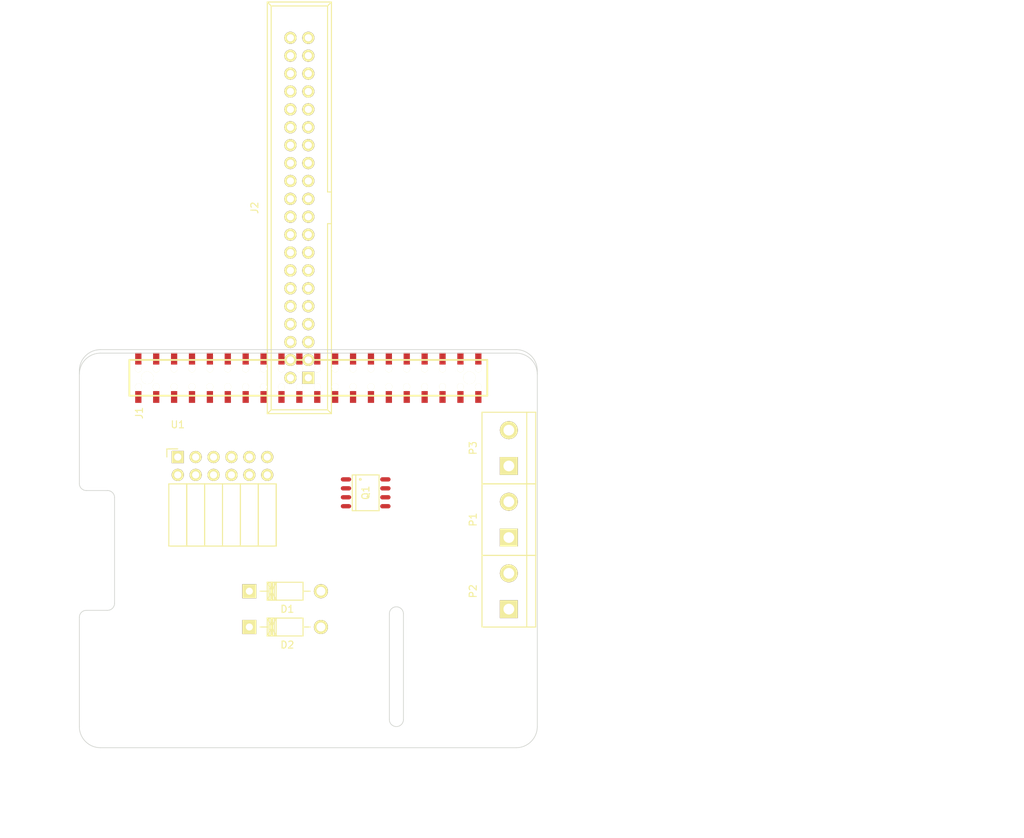
<source format=kicad_pcb>
(kicad_pcb (version 4) (host pcbnew 4.1.0-alpha+201606131201+6926~45~ubuntu16.04.1-product)

  (general
    (links 21)
    (no_connects 21)
    (area 97.453572 18.754999 242.028571 138.0625)
    (thickness 1.6)
    (drawings 40)
    (tracks 0)
    (zones 0)
    (modules 13)
    (nets 82)
  )

  (page A4)
  (layers
    (0 F.Cu signal)
    (31 B.Cu signal)
    (32 B.Adhes user)
    (33 F.Adhes user)
    (34 B.Paste user)
    (35 F.Paste user)
    (36 B.SilkS user)
    (37 F.SilkS user)
    (38 B.Mask user)
    (39 F.Mask user)
    (40 Dwgs.User user)
    (41 Cmts.User user)
    (42 Eco1.User user)
    (43 Eco2.User user)
    (44 Edge.Cuts user)
    (45 Margin user)
    (46 B.CrtYd user)
    (47 F.CrtYd user)
    (48 B.Fab user)
    (49 F.Fab user)
  )

  (setup
    (last_trace_width 0.25)
    (user_trace_width 0.01)
    (user_trace_width 0.02)
    (user_trace_width 0.05)
    (user_trace_width 0.1)
    (user_trace_width 0.2)
    (trace_clearance 0.2)
    (zone_clearance 0.508)
    (zone_45_only no)
    (trace_min 0.01)
    (segment_width 0.2)
    (edge_width 0.1)
    (via_size 0.6)
    (via_drill 0.4)
    (via_min_size 0.4)
    (via_min_drill 0.3)
    (uvia_size 0.3)
    (uvia_drill 0.1)
    (uvias_allowed no)
    (uvia_min_size 0.2)
    (uvia_min_drill 0.1)
    (pcb_text_width 0.3)
    (pcb_text_size 1.5 1.5)
    (mod_edge_width 0.15)
    (mod_text_size 1 1)
    (mod_text_width 0.15)
    (pad_size 2.75 2.75)
    (pad_drill 2.75)
    (pad_to_mask_clearance 0)
    (aux_axis_origin 0 0)
    (visible_elements 7FFEFFFF)
    (pcbplotparams
      (layerselection 0x00030_80000001)
      (usegerberextensions false)
      (excludeedgelayer true)
      (linewidth 0.100000)
      (plotframeref false)
      (viasonmask false)
      (mode 1)
      (useauxorigin false)
      (hpglpennumber 1)
      (hpglpenspeed 20)
      (hpglpendiameter 15)
      (psnegative false)
      (psa4output false)
      (plotreference true)
      (plotvalue true)
      (plotinvisibletext false)
      (padsonsilk false)
      (subtractmaskfromsilk false)
      (outputformat 1)
      (mirror false)
      (drillshape 0)
      (scaleselection 1)
      (outputdirectory meta/))
  )

  (net 0 "")
  (net 1 "Net-(J1-Pad34)")
  (net 2 "Net-(J1-Pad36)")
  (net 3 "Net-(J1-Pad40)")
  (net 4 "Net-(J1-Pad38)")
  (net 5 "Net-(J1-Pad18)")
  (net 6 "Net-(J1-Pad20)")
  (net 7 "Net-(J1-Pad24)")
  (net 8 "Net-(J1-Pad22)")
  (net 9 "Net-(J1-Pad30)")
  (net 10 "Net-(J1-Pad32)")
  (net 11 "Net-(J1-Pad28)")
  (net 12 "Net-(J1-Pad26)")
  (net 13 "Net-(J1-Pad10)")
  (net 14 "Net-(J1-Pad12)")
  (net 15 "Net-(J1-Pad16)")
  (net 16 "Net-(J1-Pad14)")
  (net 17 "Net-(J1-Pad6)")
  (net 18 "Net-(J1-Pad8)")
  (net 19 "Net-(J1-Pad4)")
  (net 20 "Net-(J1-Pad2)")
  (net 21 "Net-(J1-Pad39)")
  (net 22 "Net-(J1-Pad37)")
  (net 23 "Net-(J1-Pad33)")
  (net 24 "Net-(J1-Pad35)")
  (net 25 "Net-(J1-Pad27)")
  (net 26 "Net-(J1-Pad25)")
  (net 27 "Net-(J1-Pad29)")
  (net 28 "Net-(J1-Pad31)")
  (net 29 "Net-(J1-Pad23)")
  (net 30 "Net-(J1-Pad21)")
  (net 31 "Net-(J1-Pad17)")
  (net 32 "Net-(J1-Pad19)")
  (net 33 "Net-(J1-Pad3)")
  (net 34 "Net-(J1-Pad1)")
  (net 35 "Net-(J1-Pad5)")
  (net 36 "Net-(J1-Pad7)")
  (net 37 "Net-(J1-Pad15)")
  (net 38 "Net-(J1-Pad13)")
  (net 39 "Net-(J1-Pad9)")
  (net 40 "Net-(J1-Pad11)")
  (net 41 "Net-(J2-Pad1)")
  (net 42 "Net-(J2-Pad3)")
  (net 43 "Net-(J2-Pad5)")
  (net 44 "Net-(J2-Pad7)")
  (net 45 "Net-(J2-Pad8)")
  (net 46 "Net-(J2-Pad10)")
  (net 47 "Net-(J2-Pad11)")
  (net 48 "Net-(J2-Pad12)")
  (net 49 "Net-(J2-Pad13)")
  (net 50 "Net-(J2-Pad15)")
  (net 51 "Net-(J2-Pad16)")
  (net 52 "Net-(J2-Pad17)")
  (net 53 "Net-(J2-Pad18)")
  (net 54 "Net-(J2-Pad19)")
  (net 55 "Net-(J2-Pad21)")
  (net 56 "Net-(J2-Pad22)")
  (net 57 "Net-(J2-Pad23)")
  (net 58 "Net-(J2-Pad24)")
  (net 59 "Net-(J2-Pad26)")
  (net 60 "Net-(J2-Pad27)")
  (net 61 "Net-(J2-Pad28)")
  (net 62 "Net-(J2-Pad29)")
  (net 63 "Net-(J2-Pad31)")
  (net 64 "Net-(J2-Pad32)")
  (net 65 "Net-(J2-Pad33)")
  (net 66 "Net-(J2-Pad35)")
  (net 67 "Net-(J2-Pad36)")
  (net 68 "Net-(J2-Pad37)")
  (net 69 "Net-(J2-Pad38)")
  (net 70 "Net-(J2-Pad40)")
  (net 71 +5V)
  (net 72 GND)
  (net 73 "Net-(D1-PadA)")
  (net 74 "Net-(D2-PadA)")
  (net 75 "Net-(U1-Pad1)")
  (net 76 "Net-(U1-Pad8)")
  (net 77 VDD)
  (net 78 "Net-(Q1-Pad4)")
  (net 79 "Net-(Q1-Pad2)")
  (net 80 "Net-(Q1-Pad6)")
  (net 81 "Net-(Q1-Pad7)")

  (net_class Default "This is the default net class."
    (clearance 0.2)
    (trace_width 0.25)
    (via_dia 0.6)
    (via_drill 0.4)
    (uvia_dia 0.3)
    (uvia_drill 0.1)
    (add_net +5V)
    (add_net GND)
    (add_net "Net-(D1-PadA)")
    (add_net "Net-(D2-PadA)")
    (add_net "Net-(J1-Pad1)")
    (add_net "Net-(J1-Pad10)")
    (add_net "Net-(J1-Pad11)")
    (add_net "Net-(J1-Pad12)")
    (add_net "Net-(J1-Pad13)")
    (add_net "Net-(J1-Pad14)")
    (add_net "Net-(J1-Pad15)")
    (add_net "Net-(J1-Pad16)")
    (add_net "Net-(J1-Pad17)")
    (add_net "Net-(J1-Pad18)")
    (add_net "Net-(J1-Pad19)")
    (add_net "Net-(J1-Pad2)")
    (add_net "Net-(J1-Pad20)")
    (add_net "Net-(J1-Pad21)")
    (add_net "Net-(J1-Pad22)")
    (add_net "Net-(J1-Pad23)")
    (add_net "Net-(J1-Pad24)")
    (add_net "Net-(J1-Pad25)")
    (add_net "Net-(J1-Pad26)")
    (add_net "Net-(J1-Pad27)")
    (add_net "Net-(J1-Pad28)")
    (add_net "Net-(J1-Pad29)")
    (add_net "Net-(J1-Pad3)")
    (add_net "Net-(J1-Pad30)")
    (add_net "Net-(J1-Pad31)")
    (add_net "Net-(J1-Pad32)")
    (add_net "Net-(J1-Pad33)")
    (add_net "Net-(J1-Pad34)")
    (add_net "Net-(J1-Pad35)")
    (add_net "Net-(J1-Pad36)")
    (add_net "Net-(J1-Pad37)")
    (add_net "Net-(J1-Pad38)")
    (add_net "Net-(J1-Pad39)")
    (add_net "Net-(J1-Pad4)")
    (add_net "Net-(J1-Pad40)")
    (add_net "Net-(J1-Pad5)")
    (add_net "Net-(J1-Pad6)")
    (add_net "Net-(J1-Pad7)")
    (add_net "Net-(J1-Pad8)")
    (add_net "Net-(J1-Pad9)")
    (add_net "Net-(J2-Pad1)")
    (add_net "Net-(J2-Pad10)")
    (add_net "Net-(J2-Pad11)")
    (add_net "Net-(J2-Pad12)")
    (add_net "Net-(J2-Pad13)")
    (add_net "Net-(J2-Pad15)")
    (add_net "Net-(J2-Pad16)")
    (add_net "Net-(J2-Pad17)")
    (add_net "Net-(J2-Pad18)")
    (add_net "Net-(J2-Pad19)")
    (add_net "Net-(J2-Pad21)")
    (add_net "Net-(J2-Pad22)")
    (add_net "Net-(J2-Pad23)")
    (add_net "Net-(J2-Pad24)")
    (add_net "Net-(J2-Pad26)")
    (add_net "Net-(J2-Pad27)")
    (add_net "Net-(J2-Pad28)")
    (add_net "Net-(J2-Pad29)")
    (add_net "Net-(J2-Pad3)")
    (add_net "Net-(J2-Pad31)")
    (add_net "Net-(J2-Pad32)")
    (add_net "Net-(J2-Pad33)")
    (add_net "Net-(J2-Pad35)")
    (add_net "Net-(J2-Pad36)")
    (add_net "Net-(J2-Pad37)")
    (add_net "Net-(J2-Pad38)")
    (add_net "Net-(J2-Pad40)")
    (add_net "Net-(J2-Pad5)")
    (add_net "Net-(J2-Pad7)")
    (add_net "Net-(J2-Pad8)")
    (add_net "Net-(Q1-Pad2)")
    (add_net "Net-(Q1-Pad4)")
    (add_net "Net-(Q1-Pad6)")
    (add_net "Net-(Q1-Pad7)")
    (add_net "Net-(U1-Pad1)")
    (add_net "Net-(U1-Pad8)")
    (add_net VDD)
  )

  (module RPi_Hat:Samtec_HLE-120-02-XXX-DV-BE-XX-XX locked (layer F.Cu) (tedit 55198B5B) (tstamp 55174A29)
    (at 140.45 72.58 90)
    (path /5515D395/5515D39E)
    (fp_text reference J1 (at -5 -24 90) (layer F.SilkS)
      (effects (font (size 1 1) (thickness 0.15)))
    )
    (fp_text value RPi_GPIO (at 5.08 0) (layer F.Fab)
      (effects (font (size 1 1) (thickness 0.15)))
    )
    (fp_line (start 2.54 25.4) (end -2.54 25.4) (layer F.SilkS) (width 0.254))
    (fp_line (start -2.54 25.4) (end -2.54 -25.4) (layer F.SilkS) (width 0.254))
    (fp_line (start -2.54 -25.4) (end 2.54 -25.4) (layer F.SilkS) (width 0.254))
    (fp_line (start 2.54 -25.4) (end 2.54 25.4) (layer F.SilkS) (width 0.254))
    (pad 34 smd rect (at 2.7178 16.51 180) (size 0.889 1.6764) (layers F.Cu F.Paste F.Mask)
      (net 1 "Net-(J1-Pad34)"))
    (pad 36 smd rect (at 2.7178 19.05 180) (size 0.889 1.6764) (layers F.Cu F.Paste F.Mask)
      (net 2 "Net-(J1-Pad36)"))
    (pad 40 smd rect (at 2.7178 24.13 180) (size 0.889 1.6764) (layers F.Cu F.Paste F.Mask)
      (net 3 "Net-(J1-Pad40)"))
    (pad 38 smd rect (at 2.7178 21.59 180) (size 0.889 1.6764) (layers F.Cu F.Paste F.Mask)
      (net 4 "Net-(J1-Pad38)"))
    (pad 18 smd rect (at 2.7178 -3.81 180) (size 0.889 1.6764) (layers F.Cu F.Paste F.Mask)
      (net 5 "Net-(J1-Pad18)"))
    (pad 20 smd rect (at 2.7178 -1.27 180) (size 0.889 1.6764) (layers F.Cu F.Paste F.Mask)
      (net 6 "Net-(J1-Pad20)"))
    (pad 24 smd rect (at 2.7178 3.81 180) (size 0.889 1.6764) (layers F.Cu F.Paste F.Mask)
      (net 7 "Net-(J1-Pad24)"))
    (pad 22 smd rect (at 2.7178 1.27 180) (size 0.889 1.6764) (layers F.Cu F.Paste F.Mask)
      (net 8 "Net-(J1-Pad22)"))
    (pad 30 smd rect (at 2.7178 11.43 180) (size 0.889 1.6764) (layers F.Cu F.Paste F.Mask)
      (net 9 "Net-(J1-Pad30)"))
    (pad 32 smd rect (at 2.7178 13.97 180) (size 0.889 1.6764) (layers F.Cu F.Paste F.Mask)
      (net 10 "Net-(J1-Pad32)"))
    (pad 28 smd rect (at 2.7178 8.89 180) (size 0.889 1.6764) (layers F.Cu F.Paste F.Mask)
      (net 11 "Net-(J1-Pad28)"))
    (pad 26 smd rect (at 2.7178 6.35 180) (size 0.889 1.6764) (layers F.Cu F.Paste F.Mask)
      (net 12 "Net-(J1-Pad26)"))
    (pad 10 smd rect (at 2.7178 -13.97 180) (size 0.889 1.6764) (layers F.Cu F.Paste F.Mask)
      (net 13 "Net-(J1-Pad10)"))
    (pad 12 smd rect (at 2.7178 -11.43 180) (size 0.889 1.6764) (layers F.Cu F.Paste F.Mask)
      (net 14 "Net-(J1-Pad12)"))
    (pad 16 smd rect (at 2.7178 -6.35 180) (size 0.889 1.6764) (layers F.Cu F.Paste F.Mask)
      (net 15 "Net-(J1-Pad16)"))
    (pad 14 smd rect (at 2.7178 -8.89 180) (size 0.889 1.6764) (layers F.Cu F.Paste F.Mask)
      (net 16 "Net-(J1-Pad14)"))
    (pad 6 smd rect (at 2.7178 -19.05 180) (size 0.889 1.6764) (layers F.Cu F.Paste F.Mask)
      (net 17 "Net-(J1-Pad6)"))
    (pad 8 smd rect (at 2.7178 -16.51 180) (size 0.889 1.6764) (layers F.Cu F.Paste F.Mask)
      (net 18 "Net-(J1-Pad8)"))
    (pad 4 smd rect (at 2.7178 -21.59 180) (size 0.889 1.6764) (layers F.Cu F.Paste F.Mask)
      (net 19 "Net-(J1-Pad4)"))
    (pad 2 smd rect (at 2.7178 -24.13 180) (size 0.889 1.6764) (layers F.Cu F.Paste F.Mask)
      (net 20 "Net-(J1-Pad2)"))
    (pad 39 smd rect (at -2.7178 24.13 180) (size 0.889 1.6764) (layers F.Cu F.Paste F.Mask)
      (net 21 "Net-(J1-Pad39)"))
    (pad 37 smd rect (at -2.7178 21.59 180) (size 0.889 1.6764) (layers F.Cu F.Paste F.Mask)
      (net 22 "Net-(J1-Pad37)"))
    (pad 33 smd rect (at -2.7178 16.51 180) (size 0.889 1.6764) (layers F.Cu F.Paste F.Mask)
      (net 23 "Net-(J1-Pad33)"))
    (pad 35 smd rect (at -2.7178 19.05 180) (size 0.889 1.6764) (layers F.Cu F.Paste F.Mask)
      (net 24 "Net-(J1-Pad35)"))
    (pad 27 smd rect (at -2.7178 8.89 180) (size 0.889 1.6764) (layers F.Cu F.Paste F.Mask)
      (net 25 "Net-(J1-Pad27)"))
    (pad 25 smd rect (at -2.7178 6.35 180) (size 0.889 1.6764) (layers F.Cu F.Paste F.Mask)
      (net 26 "Net-(J1-Pad25)"))
    (pad 29 smd rect (at -2.7178 11.43 180) (size 0.889 1.6764) (layers F.Cu F.Paste F.Mask)
      (net 27 "Net-(J1-Pad29)"))
    (pad 31 smd rect (at -2.7178 13.97 180) (size 0.889 1.6764) (layers F.Cu F.Paste F.Mask)
      (net 28 "Net-(J1-Pad31)"))
    (pad 23 smd rect (at -2.7178 3.81 180) (size 0.889 1.6764) (layers F.Cu F.Paste F.Mask)
      (net 29 "Net-(J1-Pad23)"))
    (pad 21 smd rect (at -2.7178 1.27 180) (size 0.889 1.6764) (layers F.Cu F.Paste F.Mask)
      (net 30 "Net-(J1-Pad21)"))
    (pad 17 smd rect (at -2.7178 -3.81 180) (size 0.889 1.6764) (layers F.Cu F.Paste F.Mask)
      (net 31 "Net-(J1-Pad17)"))
    (pad 19 smd rect (at -2.7178 -1.27 180) (size 0.889 1.6764) (layers F.Cu F.Paste F.Mask)
      (net 32 "Net-(J1-Pad19)"))
    (pad 3 smd rect (at -2.7178 -21.59 180) (size 0.889 1.6764) (layers F.Cu F.Paste F.Mask)
      (net 33 "Net-(J1-Pad3)"))
    (pad 1 smd rect (at -2.7178 -24.13 180) (size 0.889 1.6764) (layers F.Cu F.Paste F.Mask)
      (net 34 "Net-(J1-Pad1)"))
    (pad 5 smd rect (at -2.7178 -19.05 180) (size 0.889 1.6764) (layers F.Cu F.Paste F.Mask)
      (net 35 "Net-(J1-Pad5)"))
    (pad 7 smd rect (at -2.7178 -16.51 180) (size 0.889 1.6764) (layers F.Cu F.Paste F.Mask)
      (net 36 "Net-(J1-Pad7)"))
    (pad 15 smd rect (at -2.7178 -6.35 180) (size 0.889 1.6764) (layers F.Cu F.Paste F.Mask)
      (net 37 "Net-(J1-Pad15)"))
    (pad 13 smd rect (at -2.7178 -8.89 180) (size 0.889 1.6764) (layers F.Cu F.Paste F.Mask)
      (net 38 "Net-(J1-Pad13)"))
    (pad "" np_thru_hole circle (at -1.27 3.81) (size 0.9652 0.9652) (drill 0.9652) (layers *.Cu *.Mask F.SilkS))
    (pad "" np_thru_hole circle (at -1.27 1.27) (size 0.9652 0.9652) (drill 0.9652) (layers *.Cu *.Mask F.SilkS))
    (pad "" np_thru_hole circle (at -1.27 6.35) (size 0.9652 0.9652) (drill 0.9652) (layers *.Cu *.Mask F.SilkS))
    (pad "" np_thru_hole circle (at -1.27 8.89) (size 0.9652 0.9652) (drill 0.9652) (layers *.Cu *.Mask F.SilkS))
    (pad "" np_thru_hole circle (at -1.27 19.05) (size 0.9652 0.9652) (drill 0.9652) (layers *.Cu *.Mask F.SilkS))
    (pad "" np_thru_hole circle (at -1.27 16.51) (size 0.9652 0.9652) (drill 0.9652) (layers *.Cu *.Mask F.SilkS))
    (pad "" np_thru_hole circle (at -1.27 11.43) (size 0.9652 0.9652) (drill 0.9652) (layers *.Cu *.Mask F.SilkS))
    (pad "" np_thru_hole circle (at -1.27 13.97) (size 0.9652 0.9652) (drill 0.9652) (layers *.Cu *.Mask F.SilkS))
    (pad "" np_thru_hole circle (at -1.27 21.59) (size 0.9652 0.9652) (drill 0.9652) (layers *.Cu *.Mask F.SilkS))
    (pad "" np_thru_hole circle (at -1.27 24.13) (size 0.9652 0.9652) (drill 0.9652) (layers *.Cu *.Mask F.SilkS))
    (pad "" np_thru_hole circle (at -1.27 -1.27) (size 0.9652 0.9652) (drill 0.9652) (layers *.Cu *.Mask F.SilkS))
    (pad "" np_thru_hole circle (at -1.27 -3.81) (size 0.9652 0.9652) (drill 0.9652) (layers *.Cu *.Mask F.SilkS))
    (pad "" np_thru_hole circle (at -1.27 -11.43) (size 0.9652 0.9652) (drill 0.9652) (layers *.Cu *.Mask F.SilkS))
    (pad "" np_thru_hole circle (at -1.27 -13.97) (size 0.9652 0.9652) (drill 0.9652) (layers *.Cu *.Mask F.SilkS))
    (pad "" np_thru_hole circle (at -1.27 -8.89) (size 0.9652 0.9652) (drill 0.9652) (layers *.Cu *.Mask F.SilkS))
    (pad "" np_thru_hole circle (at -1.27 -6.35) (size 0.9652 0.9652) (drill 0.9652) (layers *.Cu *.Mask F.SilkS))
    (pad "" np_thru_hole circle (at -1.27 -16.51) (size 0.9652 0.9652) (drill 0.9652) (layers *.Cu *.Mask F.SilkS))
    (pad "" np_thru_hole circle (at -1.27 -19.05) (size 0.9652 0.9652) (drill 0.9652) (layers *.Cu *.Mask F.SilkS))
    (pad "" np_thru_hole circle (at -1.27 -24.13) (size 0.9652 0.9652) (drill 0.9652) (layers *.Cu *.Mask F.SilkS))
    (pad "" np_thru_hole circle (at -1.27 -21.59) (size 0.9652 0.9652) (drill 0.9652) (layers *.Cu *.Mask F.SilkS))
    (pad "" np_thru_hole circle (at 1.27 -21.59) (size 0.9652 0.9652) (drill 0.9652) (layers *.Cu *.Mask F.SilkS))
    (pad "" np_thru_hole circle (at 1.27 -24.13) (size 0.9652 0.9652) (drill 0.9652) (layers *.Cu *.Mask F.SilkS))
    (pad "" np_thru_hole circle (at 1.27 -19.05) (size 0.9652 0.9652) (drill 0.9652) (layers *.Cu *.Mask F.SilkS))
    (pad "" np_thru_hole circle (at 1.27 -16.51) (size 0.9652 0.9652) (drill 0.9652) (layers *.Cu *.Mask F.SilkS))
    (pad "" np_thru_hole circle (at 1.27 -6.35) (size 0.9652 0.9652) (drill 0.9652) (layers *.Cu *.Mask F.SilkS))
    (pad "" np_thru_hole circle (at 1.27 -8.89) (size 0.9652 0.9652) (drill 0.9652) (layers *.Cu *.Mask F.SilkS))
    (pad "" np_thru_hole circle (at 1.27 -13.97) (size 0.9652 0.9652) (drill 0.9652) (layers *.Cu *.Mask F.SilkS))
    (pad "" np_thru_hole circle (at 1.27 -11.43) (size 0.9652 0.9652) (drill 0.9652) (layers *.Cu *.Mask F.SilkS))
    (pad "" np_thru_hole circle (at 1.27 -3.81) (size 0.9652 0.9652) (drill 0.9652) (layers *.Cu *.Mask F.SilkS))
    (pad "" np_thru_hole circle (at 1.27 -1.27) (size 0.9652 0.9652) (drill 0.9652) (layers *.Cu *.Mask F.SilkS))
    (pad "" np_thru_hole circle (at 1.27 24.13) (size 0.9652 0.9652) (drill 0.9652) (layers *.Cu *.Mask F.SilkS))
    (pad "" np_thru_hole circle (at 1.27 21.59) (size 0.9652 0.9652) (drill 0.9652) (layers *.Cu *.Mask F.SilkS))
    (pad "" np_thru_hole circle (at 1.27 13.97) (size 0.9652 0.9652) (drill 0.9652) (layers *.Cu *.Mask F.SilkS))
    (pad "" np_thru_hole circle (at 1.27 11.43) (size 0.9652 0.9652) (drill 0.9652) (layers *.Cu *.Mask F.SilkS))
    (pad "" np_thru_hole circle (at 1.27 16.51) (size 0.9652 0.9652) (drill 0.9652) (layers *.Cu *.Mask F.SilkS))
    (pad "" np_thru_hole circle (at 1.27 19.05) (size 0.9652 0.9652) (drill 0.9652) (layers *.Cu *.Mask F.SilkS))
    (pad "" np_thru_hole circle (at 1.27 8.89) (size 0.9652 0.9652) (drill 0.9652) (layers *.Cu *.Mask F.SilkS))
    (pad "" np_thru_hole circle (at 1.27 6.35) (size 0.9652 0.9652) (drill 0.9652) (layers *.Cu *.Mask F.SilkS))
    (pad "" np_thru_hole circle (at 1.27 1.27) (size 0.9652 0.9652) (drill 0.9652) (layers *.Cu *.Mask F.SilkS))
    (pad "" np_thru_hole circle (at 1.27 3.81) (size 0.9652 0.9652) (drill 0.9652) (layers *.Cu *.Mask F.SilkS))
    (pad 9 smd rect (at -2.7178 -13.97 180) (size 0.889 1.6764) (layers F.Cu F.Paste F.Mask)
      (net 39 "Net-(J1-Pad9)"))
    (pad 11 smd rect (at -2.7178 -11.43 180) (size 0.889 1.6764) (layers F.Cu F.Paste F.Mask)
      (net 40 "Net-(J1-Pad11)"))
    (pad "" np_thru_hole circle (at 0 -22.86) (size 1.778 1.778) (drill 1.778) (layers *.Cu *.Mask F.SilkS))
    (pad "" np_thru_hole circle (at 0 22.86) (size 1.778 1.778) (drill 1.778) (layers *.Cu *.Mask F.SilkS))
  )

  (module RPi_Hat:RPi_Hat_Mounting_Hole locked (layer F.Cu) (tedit 55217C7B) (tstamp 5515DEA9)
    (at 169.45 72.58)
    (descr "Mounting hole, Befestigungsbohrung, 2,7mm, No Annular, Kein Restring,")
    (tags "Mounting hole, Befestigungsbohrung, 2,7mm, No Annular, Kein Restring,")
    (fp_text reference "" (at 0 -4.0005) (layer F.SilkS) hide
      (effects (font (size 1 1) (thickness 0.15)))
    )
    (fp_text value "" (at 0.09906 3.59918) (layer F.Fab) hide
      (effects (font (size 1 1) (thickness 0.15)))
    )
    (fp_circle (center 0 0) (end 1.375 0) (layer F.Fab) (width 0.15))
    (fp_circle (center 0 0) (end 3.1 0) (layer F.Fab) (width 0.15))
    (fp_circle (center 0 0) (end 3.1 0) (layer B.Fab) (width 0.15))
    (fp_circle (center 0 0) (end 1.375 0) (layer B.Fab) (width 0.15))
    (fp_circle (center 0 0) (end 3.1 0) (layer F.CrtYd) (width 0.15))
    (fp_circle (center 0 0) (end 3.1 0) (layer B.CrtYd) (width 0.15))
    (pad "" np_thru_hole circle (at 0 0) (size 2.75 2.75) (drill 2.75) (layers *.Cu *.Mask)
      (solder_mask_margin 1.725) (clearance 1.725))
  )

  (module RPi_Hat:RPi_Hat_Mounting_Hole locked (layer F.Cu) (tedit 55217CCB) (tstamp 55169DC9)
    (at 169.45 121.58)
    (descr "Mounting hole, Befestigungsbohrung, 2,7mm, No Annular, Kein Restring,")
    (tags "Mounting hole, Befestigungsbohrung, 2,7mm, No Annular, Kein Restring,")
    (fp_text reference "" (at 0 -4.0005) (layer F.SilkS) hide
      (effects (font (size 1 1) (thickness 0.15)))
    )
    (fp_text value "" (at 0.09906 3.59918) (layer F.Fab) hide
      (effects (font (size 1 1) (thickness 0.15)))
    )
    (fp_circle (center 0 0) (end 1.375 0) (layer F.Fab) (width 0.15))
    (fp_circle (center 0 0) (end 3.1 0) (layer F.Fab) (width 0.15))
    (fp_circle (center 0 0) (end 3.1 0) (layer B.Fab) (width 0.15))
    (fp_circle (center 0 0) (end 1.375 0) (layer B.Fab) (width 0.15))
    (fp_circle (center 0 0) (end 3.1 0) (layer F.CrtYd) (width 0.15))
    (fp_circle (center 0 0) (end 3.1 0) (layer B.CrtYd) (width 0.15))
    (pad "" np_thru_hole circle (at 0 0) (size 2.75 2.75) (drill 2.75) (layers *.Cu *.Mask)
      (solder_mask_margin 1.725) (clearance 1.725))
  )

  (module RPi_Hat:RPi_Hat_Mounting_Hole locked (layer F.Cu) (tedit 55217CB9) (tstamp 5515DECC)
    (at 111.45 121.58)
    (descr "Mounting hole, Befestigungsbohrung, 2,7mm, No Annular, Kein Restring,")
    (tags "Mounting hole, Befestigungsbohrung, 2,7mm, No Annular, Kein Restring,")
    (fp_text reference "" (at 0 -4.0005) (layer F.SilkS) hide
      (effects (font (size 1 1) (thickness 0.15)))
    )
    (fp_text value "" (at 0.09906 3.59918) (layer F.Fab) hide
      (effects (font (size 1 1) (thickness 0.15)))
    )
    (fp_circle (center 0 0) (end 1.375 0) (layer F.Fab) (width 0.15))
    (fp_circle (center 0 0) (end 3.1 0) (layer F.Fab) (width 0.15))
    (fp_circle (center 0 0) (end 3.1 0) (layer B.Fab) (width 0.15))
    (fp_circle (center 0 0) (end 1.375 0) (layer B.Fab) (width 0.15))
    (fp_circle (center 0 0) (end 3.1 0) (layer F.CrtYd) (width 0.15))
    (fp_circle (center 0 0) (end 3.1 0) (layer B.CrtYd) (width 0.15))
    (pad "" np_thru_hole circle (at 0 0) (size 2.75 2.75) (drill 2.75) (layers *.Cu *.Mask)
      (solder_mask_margin 1.725) (clearance 1.725))
  )

  (module RPi_Hat:RPi_Hat_Mounting_Hole locked (layer F.Cu) (tedit 55217CA2) (tstamp 5515DEBF)
    (at 111.45 72.58)
    (descr "Mounting hole, Befestigungsbohrung, 2,7mm, No Annular, Kein Restring,")
    (tags "Mounting hole, Befestigungsbohrung, 2,7mm, No Annular, Kein Restring,")
    (fp_text reference "" (at 0 -4.0005) (layer F.SilkS) hide
      (effects (font (size 1 1) (thickness 0.15)))
    )
    (fp_text value "" (at 0.09906 3.59918) (layer F.Fab) hide
      (effects (font (size 1 1) (thickness 0.15)))
    )
    (fp_circle (center 0 0) (end 1.375 0) (layer F.Fab) (width 0.15))
    (fp_circle (center 0 0) (end 3.1 0) (layer F.Fab) (width 0.15))
    (fp_circle (center 0 0) (end 3.1 0) (layer B.Fab) (width 0.15))
    (fp_circle (center 0 0) (end 1.375 0) (layer B.Fab) (width 0.15))
    (fp_circle (center 0 0) (end 3.1 0) (layer F.CrtYd) (width 0.15))
    (fp_circle (center 0 0) (end 3.1 0) (layer B.CrtYd) (width 0.15))
    (pad "" np_thru_hole circle (at 0 0) (size 2.75 2.75) (drill 2.75) (layers *.Cu *.Mask)
      (solder_mask_margin 1.725) (clearance 1.725))
  )

  (module Socket_Strips:Socket_Strip_Angled_2x06 (layer F.Cu) (tedit 0) (tstamp 57504457)
    (at 121.92 83.82)
    (descr "Through hole socket strip")
    (tags "socket strip")
    (path /5515D395/574EB391)
    (fp_text reference U1 (at 0 -4.6) (layer F.SilkS)
      (effects (font (size 1 1) (thickness 0.15)))
    )
    (fp_text value TC4427 (at 0 -2.6) (layer F.Fab)
      (effects (font (size 1 1) (thickness 0.15)))
    )
    (fp_line (start -1.75 -1.35) (end -1.75 13.15) (layer F.CrtYd) (width 0.05))
    (fp_line (start 14.45 -1.35) (end 14.45 13.15) (layer F.CrtYd) (width 0.05))
    (fp_line (start -1.75 -1.35) (end 14.45 -1.35) (layer F.CrtYd) (width 0.05))
    (fp_line (start -1.75 13.15) (end 14.45 13.15) (layer F.CrtYd) (width 0.05))
    (fp_line (start 13.97 12.64) (end 13.97 3.81) (layer F.SilkS) (width 0.15))
    (fp_line (start 11.43 12.64) (end 13.97 12.64) (layer F.SilkS) (width 0.15))
    (fp_line (start 11.43 3.81) (end 13.97 3.81) (layer F.SilkS) (width 0.15))
    (fp_line (start 13.97 3.81) (end 13.97 12.64) (layer F.SilkS) (width 0.15))
    (fp_line (start 11.43 3.81) (end 11.43 12.64) (layer F.SilkS) (width 0.15))
    (fp_line (start 8.89 3.81) (end 11.43 3.81) (layer F.SilkS) (width 0.15))
    (fp_line (start 8.89 12.64) (end 11.43 12.64) (layer F.SilkS) (width 0.15))
    (fp_line (start 11.43 12.64) (end 11.43 3.81) (layer F.SilkS) (width 0.15))
    (fp_line (start 8.89 12.64) (end 8.89 3.81) (layer F.SilkS) (width 0.15))
    (fp_line (start 6.35 12.64) (end 8.89 12.64) (layer F.SilkS) (width 0.15))
    (fp_line (start 6.35 3.81) (end 8.89 3.81) (layer F.SilkS) (width 0.15))
    (fp_line (start 8.89 3.81) (end 8.89 12.64) (layer F.SilkS) (width 0.15))
    (fp_line (start 6.35 3.81) (end 6.35 12.64) (layer F.SilkS) (width 0.15))
    (fp_line (start 3.81 3.81) (end 6.35 3.81) (layer F.SilkS) (width 0.15))
    (fp_line (start 3.81 12.64) (end 6.35 12.64) (layer F.SilkS) (width 0.15))
    (fp_line (start 6.35 12.64) (end 6.35 3.81) (layer F.SilkS) (width 0.15))
    (fp_line (start 3.81 12.64) (end 3.81 3.81) (layer F.SilkS) (width 0.15))
    (fp_line (start 1.27 12.64) (end 3.81 12.64) (layer F.SilkS) (width 0.15))
    (fp_line (start 1.27 3.81) (end 3.81 3.81) (layer F.SilkS) (width 0.15))
    (fp_line (start 3.81 3.81) (end 3.81 12.64) (layer F.SilkS) (width 0.15))
    (fp_line (start 1.27 3.81) (end 1.27 12.64) (layer F.SilkS) (width 0.15))
    (fp_line (start -1.27 3.81) (end 1.27 3.81) (layer F.SilkS) (width 0.15))
    (fp_line (start 0 -1.15) (end -1.55 -1.15) (layer F.SilkS) (width 0.15))
    (fp_line (start -1.55 -1.15) (end -1.55 0) (layer F.SilkS) (width 0.15))
    (fp_line (start -1.27 3.81) (end -1.27 12.64) (layer F.SilkS) (width 0.15))
    (fp_line (start -1.27 12.64) (end 1.27 12.64) (layer F.SilkS) (width 0.15))
    (fp_line (start 1.27 12.64) (end 1.27 3.81) (layer F.SilkS) (width 0.15))
    (pad 1 thru_hole rect (at 0 0) (size 1.7272 1.7272) (drill 1.016) (layers *.Cu *.Mask F.SilkS)
      (net 75 "Net-(U1-Pad1)"))
    (pad 2 thru_hole oval (at 0 2.54) (size 1.7272 1.7272) (drill 1.016) (layers *.Cu *.Mask F.SilkS)
      (net 51 "Net-(J2-Pad16)"))
    (pad 3 thru_hole oval (at 2.54 0) (size 1.7272 1.7272) (drill 1.016) (layers *.Cu *.Mask F.SilkS)
      (net 72 GND))
    (pad 4 thru_hole oval (at 2.54 2.54) (size 1.7272 1.7272) (drill 1.016) (layers *.Cu *.Mask F.SilkS)
      (net 53 "Net-(J2-Pad18)"))
    (pad 5 thru_hole oval (at 5.08 0) (size 1.7272 1.7272) (drill 1.016) (layers *.Cu *.Mask F.SilkS)
      (net 78 "Net-(Q1-Pad4)"))
    (pad 6 thru_hole oval (at 5.08 2.54) (size 1.7272 1.7272) (drill 1.016) (layers *.Cu *.Mask F.SilkS)
      (net 71 +5V))
    (pad 7 thru_hole oval (at 7.62 0) (size 1.7272 1.7272) (drill 1.016) (layers *.Cu *.Mask F.SilkS)
      (net 79 "Net-(Q1-Pad2)"))
    (pad 8 thru_hole oval (at 7.62 2.54) (size 1.7272 1.7272) (drill 1.016) (layers *.Cu *.Mask F.SilkS)
      (net 76 "Net-(U1-Pad8)"))
    (pad 9 thru_hole oval (at 10.16 0) (size 1.7272 1.7272) (drill 1.016) (layers *.Cu *.Mask F.SilkS))
    (pad 10 thru_hole oval (at 10.16 2.54) (size 1.7272 1.7272) (drill 1.016) (layers *.Cu *.Mask F.SilkS))
    (pad 11 thru_hole oval (at 12.7 0) (size 1.7272 1.7272) (drill 1.016) (layers *.Cu *.Mask F.SilkS))
    (pad 12 thru_hole oval (at 12.7 2.54) (size 1.7272 1.7272) (drill 1.016) (layers *.Cu *.Mask F.SilkS))
    (model Socket_Strips.3dshapes/Socket_Strip_Angled_2x06.wrl
      (at (xyz 0.25 -0.05 0))
      (scale (xyz 1 1 1))
      (rotate (xyz 0 0 180))
    )
  )

  (module Connect:bornier2 (layer F.Cu) (tedit 0) (tstamp 5750449B)
    (at 168.91 92.71 90)
    (descr "Bornier d'alimentation 2 pins")
    (tags DEV)
    (path /5515D395/57501759)
    (fp_text reference P1 (at 0 -5.08 90) (layer F.SilkS)
      (effects (font (size 1 1) (thickness 0.15)))
    )
    (fp_text value CONN_01X02 (at 0 5.08 90) (layer F.Fab)
      (effects (font (size 1 1) (thickness 0.15)))
    )
    (fp_line (start 5.08 2.54) (end -5.08 2.54) (layer F.SilkS) (width 0.15))
    (fp_line (start 5.08 3.81) (end 5.08 -3.81) (layer F.SilkS) (width 0.15))
    (fp_line (start 5.08 -3.81) (end -5.08 -3.81) (layer F.SilkS) (width 0.15))
    (fp_line (start -5.08 -3.81) (end -5.08 3.81) (layer F.SilkS) (width 0.15))
    (fp_line (start -5.08 3.81) (end 5.08 3.81) (layer F.SilkS) (width 0.15))
    (pad 1 thru_hole rect (at -2.54 0 90) (size 2.54 2.54) (drill 1.524) (layers *.Cu *.Mask F.SilkS)
      (net 73 "Net-(D1-PadA)"))
    (pad 2 thru_hole circle (at 2.54 0 90) (size 2.54 2.54) (drill 1.524) (layers *.Cu *.Mask F.SilkS)
      (net 77 VDD))
    (model Connect.3dshapes/bornier2.wrl
      (at (xyz 0 0 0))
      (scale (xyz 1 1 1))
      (rotate (xyz 0 0 0))
    )
  )

  (module Connect:bornier2 (layer F.Cu) (tedit 0) (tstamp 575044AB)
    (at 168.91 102.87 90)
    (descr "Bornier d'alimentation 2 pins")
    (tags DEV)
    (path /5515D395/575013B6)
    (fp_text reference P2 (at 0 -5.08 90) (layer F.SilkS)
      (effects (font (size 1 1) (thickness 0.15)))
    )
    (fp_text value CONN_01X02 (at 0 5.08 90) (layer F.Fab)
      (effects (font (size 1 1) (thickness 0.15)))
    )
    (fp_line (start 5.08 2.54) (end -5.08 2.54) (layer F.SilkS) (width 0.15))
    (fp_line (start 5.08 3.81) (end 5.08 -3.81) (layer F.SilkS) (width 0.15))
    (fp_line (start 5.08 -3.81) (end -5.08 -3.81) (layer F.SilkS) (width 0.15))
    (fp_line (start -5.08 -3.81) (end -5.08 3.81) (layer F.SilkS) (width 0.15))
    (fp_line (start -5.08 3.81) (end 5.08 3.81) (layer F.SilkS) (width 0.15))
    (pad 1 thru_hole rect (at -2.54 0 90) (size 2.54 2.54) (drill 1.524) (layers *.Cu *.Mask F.SilkS)
      (net 74 "Net-(D2-PadA)"))
    (pad 2 thru_hole circle (at 2.54 0 90) (size 2.54 2.54) (drill 1.524) (layers *.Cu *.Mask F.SilkS)
      (net 77 VDD))
    (model Connect.3dshapes/bornier2.wrl
      (at (xyz 0 0 0))
      (scale (xyz 1 1 1))
      (rotate (xyz 0 0 0))
    )
  )

  (module Connect:bornier2 (layer F.Cu) (tedit 0) (tstamp 575044BB)
    (at 168.91 82.55 90)
    (descr "Bornier d'alimentation 2 pins")
    (tags DEV)
    (path /5515D395/57501943)
    (fp_text reference P3 (at 0 -5.08 90) (layer F.SilkS)
      (effects (font (size 1 1) (thickness 0.15)))
    )
    (fp_text value CONN_01X02 (at 0 5.08 90) (layer F.Fab)
      (effects (font (size 1 1) (thickness 0.15)))
    )
    (fp_line (start 5.08 2.54) (end -5.08 2.54) (layer F.SilkS) (width 0.15))
    (fp_line (start 5.08 3.81) (end 5.08 -3.81) (layer F.SilkS) (width 0.15))
    (fp_line (start 5.08 -3.81) (end -5.08 -3.81) (layer F.SilkS) (width 0.15))
    (fp_line (start -5.08 -3.81) (end -5.08 3.81) (layer F.SilkS) (width 0.15))
    (fp_line (start -5.08 3.81) (end 5.08 3.81) (layer F.SilkS) (width 0.15))
    (pad 1 thru_hole rect (at -2.54 0 90) (size 2.54 2.54) (drill 1.524) (layers *.Cu *.Mask F.SilkS)
      (net 77 VDD))
    (pad 2 thru_hole circle (at 2.54 0 90) (size 2.54 2.54) (drill 1.524) (layers *.Cu *.Mask F.SilkS)
      (net 72 GND))
    (model Connect.3dshapes/bornier2.wrl
      (at (xyz 0 0 0))
      (scale (xyz 1 1 1))
      (rotate (xyz 0 0 0))
    )
  )

  (module Diodes_ThroughHole:Diode_DO-41_SOD81_Horizontal_RM10 (layer F.Cu) (tedit 552FFCCE) (tstamp 5750780D)
    (at 132.08 102.87)
    (descr "Diode, DO-41, SOD81, Horizontal, RM 10mm,")
    (tags "Diode, DO-41, SOD81, Horizontal, RM 10mm, 1N4007, SB140,")
    (path /5515D395/57500E8D)
    (fp_text reference D1 (at 5.38734 2.53746) (layer F.SilkS)
      (effects (font (size 1 1) (thickness 0.15)))
    )
    (fp_text value DIODE (at 4.37134 -3.55854) (layer F.Fab)
      (effects (font (size 1 1) (thickness 0.15)))
    )
    (fp_line (start 7.62 -0.00254) (end 8.636 -0.00254) (layer F.SilkS) (width 0.15))
    (fp_line (start 2.794 -0.00254) (end 1.524 -0.00254) (layer F.SilkS) (width 0.15))
    (fp_line (start 3.048 -1.27254) (end 3.048 1.26746) (layer F.SilkS) (width 0.15))
    (fp_line (start 3.302 -1.27254) (end 3.302 1.26746) (layer F.SilkS) (width 0.15))
    (fp_line (start 3.556 -1.27254) (end 3.556 1.26746) (layer F.SilkS) (width 0.15))
    (fp_line (start 2.794 -1.27254) (end 2.794 1.26746) (layer F.SilkS) (width 0.15))
    (fp_line (start 3.81 -1.27254) (end 2.54 1.26746) (layer F.SilkS) (width 0.15))
    (fp_line (start 2.54 -1.27254) (end 3.81 1.26746) (layer F.SilkS) (width 0.15))
    (fp_line (start 3.81 -1.27254) (end 3.81 1.26746) (layer F.SilkS) (width 0.15))
    (fp_line (start 3.175 -1.27254) (end 3.175 1.26746) (layer F.SilkS) (width 0.15))
    (fp_line (start 2.54 1.26746) (end 2.54 -1.27254) (layer F.SilkS) (width 0.15))
    (fp_line (start 2.54 -1.27254) (end 7.62 -1.27254) (layer F.SilkS) (width 0.15))
    (fp_line (start 7.62 -1.27254) (end 7.62 1.26746) (layer F.SilkS) (width 0.15))
    (fp_line (start 7.62 1.26746) (end 2.54 1.26746) (layer F.SilkS) (width 0.15))
    (pad 2 thru_hole circle (at 10.16 -0.00254 180) (size 1.99898 1.99898) (drill 1.27) (layers *.Cu *.Mask F.SilkS))
    (pad 1 thru_hole rect (at 0 -0.00254 180) (size 1.99898 1.99898) (drill 1.00076) (layers *.Cu *.Mask F.SilkS))
  )

  (module Diodes_ThroughHole:Diode_DO-41_SOD81_Horizontal_RM10 (layer F.Cu) (tedit 552FFCCE) (tstamp 5750781C)
    (at 132.08 107.95)
    (descr "Diode, DO-41, SOD81, Horizontal, RM 10mm,")
    (tags "Diode, DO-41, SOD81, Horizontal, RM 10mm, 1N4007, SB140,")
    (path /5515D395/57501317)
    (fp_text reference D2 (at 5.38734 2.53746) (layer F.SilkS)
      (effects (font (size 1 1) (thickness 0.15)))
    )
    (fp_text value DIODE (at 4.37134 -3.55854) (layer F.Fab)
      (effects (font (size 1 1) (thickness 0.15)))
    )
    (fp_line (start 7.62 -0.00254) (end 8.636 -0.00254) (layer F.SilkS) (width 0.15))
    (fp_line (start 2.794 -0.00254) (end 1.524 -0.00254) (layer F.SilkS) (width 0.15))
    (fp_line (start 3.048 -1.27254) (end 3.048 1.26746) (layer F.SilkS) (width 0.15))
    (fp_line (start 3.302 -1.27254) (end 3.302 1.26746) (layer F.SilkS) (width 0.15))
    (fp_line (start 3.556 -1.27254) (end 3.556 1.26746) (layer F.SilkS) (width 0.15))
    (fp_line (start 2.794 -1.27254) (end 2.794 1.26746) (layer F.SilkS) (width 0.15))
    (fp_line (start 3.81 -1.27254) (end 2.54 1.26746) (layer F.SilkS) (width 0.15))
    (fp_line (start 2.54 -1.27254) (end 3.81 1.26746) (layer F.SilkS) (width 0.15))
    (fp_line (start 3.81 -1.27254) (end 3.81 1.26746) (layer F.SilkS) (width 0.15))
    (fp_line (start 3.175 -1.27254) (end 3.175 1.26746) (layer F.SilkS) (width 0.15))
    (fp_line (start 2.54 1.26746) (end 2.54 -1.27254) (layer F.SilkS) (width 0.15))
    (fp_line (start 2.54 -1.27254) (end 7.62 -1.27254) (layer F.SilkS) (width 0.15))
    (fp_line (start 7.62 -1.27254) (end 7.62 1.26746) (layer F.SilkS) (width 0.15))
    (fp_line (start 7.62 1.26746) (end 2.54 1.26746) (layer F.SilkS) (width 0.15))
    (pad 2 thru_hole circle (at 10.16 -0.00254 180) (size 1.99898 1.99898) (drill 1.27) (layers *.Cu *.Mask F.SilkS))
    (pad 1 thru_hole rect (at 0 -0.00254 180) (size 1.99898 1.99898) (drill 1.00076) (layers *.Cu *.Mask F.SilkS))
  )

  (module Connect:IDC_Header_Straight_40pins locked (layer F.Cu) (tedit 0) (tstamp 57507849)
    (at 140.45 72.58 90)
    (descr "40 pins through hole IDC header")
    (tags "IDC header socket VASCH")
    (path /5515D395/5516AE26)
    (fp_text reference J2 (at 24.13 -7.62 90) (layer F.SilkS)
      (effects (font (size 1 1) (thickness 0.15)))
    )
    (fp_text value RPi_GPIO (at 24.13 5.223 90) (layer F.Fab)
      (effects (font (size 1 1) (thickness 0.15)))
    )
    (fp_line (start -5.08 -5.82) (end 53.34 -5.82) (layer F.SilkS) (width 0.15))
    (fp_line (start -4.54 -5.27) (end 52.78 -5.27) (layer F.SilkS) (width 0.15))
    (fp_line (start -5.08 3.28) (end 53.34 3.28) (layer F.SilkS) (width 0.15))
    (fp_line (start -4.54 2.73) (end 21.88 2.73) (layer F.SilkS) (width 0.15))
    (fp_line (start 26.38 2.73) (end 52.78 2.73) (layer F.SilkS) (width 0.15))
    (fp_line (start 21.88 2.73) (end 21.88 3.28) (layer F.SilkS) (width 0.15))
    (fp_line (start 26.38 2.73) (end 26.38 3.28) (layer F.SilkS) (width 0.15))
    (fp_line (start -5.08 -5.82) (end -5.08 3.28) (layer F.SilkS) (width 0.15))
    (fp_line (start -4.54 -5.27) (end -4.54 2.73) (layer F.SilkS) (width 0.15))
    (fp_line (start 53.34 -5.82) (end 53.34 3.28) (layer F.SilkS) (width 0.15))
    (fp_line (start 52.78 -5.27) (end 52.78 2.73) (layer F.SilkS) (width 0.15))
    (fp_line (start -5.08 -5.82) (end -4.54 -5.27) (layer F.SilkS) (width 0.15))
    (fp_line (start 53.34 -5.82) (end 52.78 -5.27) (layer F.SilkS) (width 0.15))
    (fp_line (start -5.08 3.28) (end -4.54 2.73) (layer F.SilkS) (width 0.15))
    (fp_line (start 53.34 3.28) (end 52.78 2.73) (layer F.SilkS) (width 0.15))
    (fp_line (start -5.35 -6.05) (end 53.6 -6.05) (layer F.CrtYd) (width 0.05))
    (fp_line (start 53.6 -6.05) (end 53.6 3.55) (layer F.CrtYd) (width 0.05))
    (fp_line (start 53.6 3.55) (end -5.35 3.55) (layer F.CrtYd) (width 0.05))
    (fp_line (start -5.35 3.55) (end -5.35 -6.05) (layer F.CrtYd) (width 0.05))
    (pad 1 thru_hole rect (at 0 0 90) (size 1.7272 1.7272) (drill 1.016) (layers *.Cu *.Mask F.SilkS)
      (net 41 "Net-(J2-Pad1)"))
    (pad 2 thru_hole oval (at 0 -2.54 90) (size 1.7272 1.7272) (drill 1.016) (layers *.Cu *.Mask F.SilkS)
      (net 71 +5V))
    (pad 3 thru_hole oval (at 2.54 0 90) (size 1.7272 1.7272) (drill 1.016) (layers *.Cu *.Mask F.SilkS)
      (net 42 "Net-(J2-Pad3)"))
    (pad 4 thru_hole oval (at 2.54 -2.54 90) (size 1.7272 1.7272) (drill 1.016) (layers *.Cu *.Mask F.SilkS)
      (net 71 +5V))
    (pad 5 thru_hole oval (at 5.08 0 90) (size 1.7272 1.7272) (drill 1.016) (layers *.Cu *.Mask F.SilkS)
      (net 43 "Net-(J2-Pad5)"))
    (pad 6 thru_hole oval (at 5.08 -2.54 90) (size 1.7272 1.7272) (drill 1.016) (layers *.Cu *.Mask F.SilkS)
      (net 72 GND))
    (pad 7 thru_hole oval (at 7.62 0 90) (size 1.7272 1.7272) (drill 1.016) (layers *.Cu *.Mask F.SilkS)
      (net 44 "Net-(J2-Pad7)"))
    (pad 8 thru_hole oval (at 7.62 -2.54 90) (size 1.7272 1.7272) (drill 1.016) (layers *.Cu *.Mask F.SilkS)
      (net 45 "Net-(J2-Pad8)"))
    (pad 9 thru_hole oval (at 10.16 0 90) (size 1.7272 1.7272) (drill 1.016) (layers *.Cu *.Mask F.SilkS)
      (net 72 GND))
    (pad 10 thru_hole oval (at 10.16 -2.54 90) (size 1.7272 1.7272) (drill 1.016) (layers *.Cu *.Mask F.SilkS)
      (net 46 "Net-(J2-Pad10)"))
    (pad 11 thru_hole oval (at 12.7 0 90) (size 1.7272 1.7272) (drill 1.016) (layers *.Cu *.Mask F.SilkS)
      (net 47 "Net-(J2-Pad11)"))
    (pad 12 thru_hole oval (at 12.7 -2.54 90) (size 1.7272 1.7272) (drill 1.016) (layers *.Cu *.Mask F.SilkS)
      (net 48 "Net-(J2-Pad12)"))
    (pad 13 thru_hole oval (at 15.24 0 90) (size 1.7272 1.7272) (drill 1.016) (layers *.Cu *.Mask F.SilkS)
      (net 49 "Net-(J2-Pad13)"))
    (pad 14 thru_hole oval (at 15.24 -2.54 90) (size 1.7272 1.7272) (drill 1.016) (layers *.Cu *.Mask F.SilkS)
      (net 72 GND))
    (pad 15 thru_hole oval (at 17.78 0 90) (size 1.7272 1.7272) (drill 1.016) (layers *.Cu *.Mask F.SilkS)
      (net 50 "Net-(J2-Pad15)"))
    (pad 16 thru_hole oval (at 17.78 -2.54 90) (size 1.7272 1.7272) (drill 1.016) (layers *.Cu *.Mask F.SilkS)
      (net 51 "Net-(J2-Pad16)"))
    (pad 17 thru_hole oval (at 20.32 0 90) (size 1.7272 1.7272) (drill 1.016) (layers *.Cu *.Mask F.SilkS)
      (net 52 "Net-(J2-Pad17)"))
    (pad 18 thru_hole oval (at 20.32 -2.54 90) (size 1.7272 1.7272) (drill 1.016) (layers *.Cu *.Mask F.SilkS)
      (net 53 "Net-(J2-Pad18)"))
    (pad 19 thru_hole oval (at 22.86 0 90) (size 1.7272 1.7272) (drill 1.016) (layers *.Cu *.Mask F.SilkS)
      (net 54 "Net-(J2-Pad19)"))
    (pad 20 thru_hole oval (at 22.86 -2.54 90) (size 1.7272 1.7272) (drill 1.016) (layers *.Cu *.Mask F.SilkS)
      (net 72 GND))
    (pad 21 thru_hole oval (at 25.4 0 90) (size 1.7272 1.7272) (drill 1.016) (layers *.Cu *.Mask F.SilkS)
      (net 55 "Net-(J2-Pad21)"))
    (pad 22 thru_hole oval (at 25.4 -2.54 90) (size 1.7272 1.7272) (drill 1.016) (layers *.Cu *.Mask F.SilkS)
      (net 56 "Net-(J2-Pad22)"))
    (pad 23 thru_hole oval (at 27.94 0 90) (size 1.7272 1.7272) (drill 1.016) (layers *.Cu *.Mask F.SilkS)
      (net 57 "Net-(J2-Pad23)"))
    (pad 24 thru_hole oval (at 27.94 -2.54 90) (size 1.7272 1.7272) (drill 1.016) (layers *.Cu *.Mask F.SilkS)
      (net 58 "Net-(J2-Pad24)"))
    (pad 25 thru_hole oval (at 30.48 0 90) (size 1.7272 1.7272) (drill 1.016) (layers *.Cu *.Mask F.SilkS)
      (net 72 GND))
    (pad 26 thru_hole oval (at 30.48 -2.54 90) (size 1.7272 1.7272) (drill 1.016) (layers *.Cu *.Mask F.SilkS)
      (net 59 "Net-(J2-Pad26)"))
    (pad 27 thru_hole oval (at 33.02 0 90) (size 1.7272 1.7272) (drill 1.016) (layers *.Cu *.Mask F.SilkS)
      (net 60 "Net-(J2-Pad27)"))
    (pad 28 thru_hole oval (at 33.02 -2.54 90) (size 1.7272 1.7272) (drill 1.016) (layers *.Cu *.Mask F.SilkS)
      (net 61 "Net-(J2-Pad28)"))
    (pad 29 thru_hole oval (at 35.56 0 90) (size 1.7272 1.7272) (drill 1.016) (layers *.Cu *.Mask F.SilkS)
      (net 62 "Net-(J2-Pad29)"))
    (pad 30 thru_hole oval (at 35.56 -2.54 90) (size 1.7272 1.7272) (drill 1.016) (layers *.Cu *.Mask F.SilkS)
      (net 72 GND))
    (pad 31 thru_hole oval (at 38.1 0 90) (size 1.7272 1.7272) (drill 1.016) (layers *.Cu *.Mask F.SilkS)
      (net 63 "Net-(J2-Pad31)"))
    (pad 32 thru_hole oval (at 38.1 -2.54 90) (size 1.7272 1.7272) (drill 1.016) (layers *.Cu *.Mask F.SilkS)
      (net 64 "Net-(J2-Pad32)"))
    (pad 33 thru_hole oval (at 40.64 0 90) (size 1.7272 1.7272) (drill 1.016) (layers *.Cu *.Mask F.SilkS)
      (net 65 "Net-(J2-Pad33)"))
    (pad 34 thru_hole oval (at 40.64 -2.54 90) (size 1.7272 1.7272) (drill 1.016) (layers *.Cu *.Mask F.SilkS)
      (net 72 GND))
    (pad 35 thru_hole oval (at 43.18 0 90) (size 1.7272 1.7272) (drill 1.016) (layers *.Cu *.Mask F.SilkS)
      (net 66 "Net-(J2-Pad35)"))
    (pad 36 thru_hole oval (at 43.18 -2.54 90) (size 1.7272 1.7272) (drill 1.016) (layers *.Cu *.Mask F.SilkS)
      (net 67 "Net-(J2-Pad36)"))
    (pad 37 thru_hole oval (at 45.72 0 90) (size 1.7272 1.7272) (drill 1.016) (layers *.Cu *.Mask F.SilkS)
      (net 68 "Net-(J2-Pad37)"))
    (pad 38 thru_hole oval (at 45.72 -2.54 90) (size 1.7272 1.7272) (drill 1.016) (layers *.Cu *.Mask F.SilkS)
      (net 69 "Net-(J2-Pad38)"))
    (pad 39 thru_hole oval (at 48.26 0 90) (size 1.7272 1.7272) (drill 1.016) (layers *.Cu *.Mask F.SilkS)
      (net 72 GND))
    (pad 40 thru_hole oval (at 48.26 -2.54 90) (size 1.7272 1.7272) (drill 1.016) (layers *.Cu *.Mask F.SilkS)
      (net 70 "Net-(J2-Pad40)"))
  )

  (module Power_Integrations:SO-8 (layer F.Cu) (tedit 0) (tstamp 57618290)
    (at 148.59 88.9 270)
    (descr "SO-8 Surface Mount Small Outline 150mil 8pin Package")
    (tags "Power Integrations D Package")
    (path /5515D395/57618041)
    (fp_text reference Q1 (at 0 0 270) (layer F.SilkS)
      (effects (font (size 1 1) (thickness 0.15)))
    )
    (fp_text value FDS6898A (at 0 0 270) (layer F.Fab)
      (effects (font (size 1 1) (thickness 0.15)))
    )
    (fp_circle (center -1.905 0.762) (end -1.778 0.762) (layer F.SilkS) (width 0.15))
    (fp_line (start -2.54 1.397) (end 2.54 1.397) (layer F.SilkS) (width 0.15))
    (fp_line (start -2.54 -1.905) (end 2.54 -1.905) (layer F.SilkS) (width 0.15))
    (fp_line (start -2.54 1.905) (end 2.54 1.905) (layer F.SilkS) (width 0.15))
    (fp_line (start -2.54 1.905) (end -2.54 -1.905) (layer F.SilkS) (width 0.15))
    (fp_line (start 2.54 1.905) (end 2.54 -1.905) (layer F.SilkS) (width 0.15))
    (pad 1 smd oval (at -1.905 2.794 270) (size 0.6096 1.4732) (layers F.Cu F.Paste F.Mask)
      (net 73 "Net-(D1-PadA)"))
    (pad 2 smd oval (at -0.635 2.794 270) (size 0.6096 1.4732) (layers F.Cu F.Paste F.Mask)
      (net 79 "Net-(Q1-Pad2)"))
    (pad 3 smd oval (at 0.635 2.794 270) (size 0.6096 1.4732) (layers F.Cu F.Paste F.Mask)
      (net 74 "Net-(D2-PadA)"))
    (pad 4 smd oval (at 1.905 2.794 270) (size 0.6096 1.4732) (layers F.Cu F.Paste F.Mask)
      (net 78 "Net-(Q1-Pad4)"))
    (pad 5 smd oval (at 1.905 -2.794 270) (size 0.6096 1.4732) (layers F.Cu F.Paste F.Mask)
      (net 72 GND))
    (pad 6 smd oval (at 0.635 -2.794 270) (size 0.6096 1.4732) (layers F.Cu F.Paste F.Mask)
      (net 80 "Net-(Q1-Pad6)"))
    (pad 7 smd oval (at -0.635 -2.794 270) (size 0.6096 1.4732) (layers F.Cu F.Paste F.Mask)
      (net 81 "Net-(Q1-Pad7)"))
    (pad 8 smd oval (at -1.905 -2.794 270) (size 0.6096 1.4732) (layers F.Cu F.Paste F.Mask)
      (net 72 GND))
  )

  (gr_line (start 172.95 71.58) (end 172.95 122.08) (angle 90) (layer Edge.Cuts) (width 0.1))
  (gr_line (start 110.95 68.58) (end 169.95 68.58) (angle 90) (layer Edge.Cuts) (width 0.1))
  (gr_text "Select one of these board edges depending \nupon the type of socket that is used." (at 190.45 69.08) (layer Cmts.User)
    (effects (font (size 1.5 1.5) (thickness 0.15)) (justify left))
  )
  (gr_text "Dimensions taken from\nhttps://github.com/raspberrypi/hats/blob/master/hat-board-mechanical.pdf" (at 144.45 135.58) (layer Cmts.User)
    (effects (font (size 1.5 1.5) (thickness 0.15) italic))
  )
  (dimension 56 (width 0.15) (layer Dwgs.User)
    (gr_text "56 mm (Thru-hole socket J2)" (at 183.3 97.08 270) (layer Dwgs.User)
      (effects (font (size 1.5 1.5) (thickness 0.15)))
    )
    (feature1 (pts (xy 173.95 125.08) (xy 184.65 125.08)))
    (feature2 (pts (xy 173.95 69.08) (xy 184.65 69.08)))
    (crossbar (pts (xy 181.95 69.08) (xy 181.95 125.08)))
    (arrow1a (pts (xy 181.95 125.08) (xy 181.363579 123.953496)))
    (arrow1b (pts (xy 181.95 125.08) (xy 182.536421 123.953496)))
    (arrow2a (pts (xy 181.95 69.08) (xy 181.363579 70.206504)))
    (arrow2b (pts (xy 181.95 69.08) (xy 182.536421 70.206504)))
  )
  (gr_arc (start 169.95 72.08) (end 169.95 69.08) (angle 90) (layer Edge.Cuts) (width 0.1) (tstamp 5516A74C))
  (gr_line (start 110.95 69.08) (end 169.95 69.08) (angle 90) (layer Edge.Cuts) (width 0.1) (tstamp 5516A726))
  (gr_arc (start 110.95 72.08) (end 107.95 72.08) (angle 90) (layer Edge.Cuts) (width 0.1) (tstamp 5516A6F0))
  (dimension 11.5 (width 0.15) (layer Dwgs.User)
    (gr_text "11.5 mm" (at 147.100001 119.33 270) (layer Dwgs.User)
      (effects (font (size 1.5 1.5) (thickness 0.15)))
    )
    (feature1 (pts (xy 150.95 125.08) (xy 145.750001 125.08)))
    (feature2 (pts (xy 150.95 113.58) (xy 145.750001 113.58)))
    (crossbar (pts (xy 148.450001 113.58) (xy 148.450001 125.08)))
    (arrow1a (pts (xy 148.450001 125.08) (xy 147.86358 123.953496)))
    (arrow1b (pts (xy 148.450001 125.08) (xy 149.036422 123.953496)))
    (arrow2a (pts (xy 148.450001 113.58) (xy 147.86358 114.706504)))
    (arrow2b (pts (xy 148.450001 113.58) (xy 149.036422 114.706504)))
  )
  (dimension 2 (width 0.15) (layer Dwgs.User) (tstamp 5516A8F7)
    (gr_text "2 mm" (at 157.7 101.58) (layer Dwgs.User) (tstamp 5516A8F8)
      (effects (font (size 1.5 1.5) (thickness 0.15)))
    )
    (feature1 (pts (xy 153.95 104.08) (xy 153.95 98.880001)))
    (feature2 (pts (xy 151.95 104.08) (xy 151.95 98.880001)))
    (crossbar (pts (xy 151.95 101.580001) (xy 153.95 101.580001)))
    (arrow1a (pts (xy 153.95 101.580001) (xy 152.823496 102.166422)))
    (arrow1b (pts (xy 153.95 101.580001) (xy 152.823496 100.99358)))
    (arrow2a (pts (xy 151.95 101.580001) (xy 153.076504 102.166422)))
    (arrow2b (pts (xy 151.95 101.580001) (xy 153.076504 100.99358)))
  )
  (dimension 17 (width 0.15) (layer Dwgs.User)
    (gr_text "17 mm" (at 159.3 113.58 270) (layer Dwgs.User)
      (effects (font (size 1.5 1.5) (thickness 0.15)))
    )
    (feature1 (pts (xy 154.95 122.08) (xy 160.65 122.08)))
    (feature2 (pts (xy 154.95 105.08) (xy 160.65 105.08)))
    (crossbar (pts (xy 157.95 105.08) (xy 157.95 122.08)))
    (arrow1a (pts (xy 157.95 122.08) (xy 157.363579 120.953496)))
    (arrow1b (pts (xy 157.95 122.08) (xy 158.536421 120.953496)))
    (arrow2a (pts (xy 157.95 105.08) (xy 157.363579 106.206504)))
    (arrow2b (pts (xy 157.95 105.08) (xy 158.536421 106.206504)))
  )
  (dimension 3.5 (width 0.15) (layer Dwgs.User)
    (gr_text "3.5 mm" (at 116.45 128.58) (layer Dwgs.User)
      (effects (font (size 1.5 1.5) (thickness 0.15)))
    )
    (feature1 (pts (xy 111.45 126.08) (xy 111.45 131.28)))
    (feature2 (pts (xy 107.95 126.08) (xy 107.95 131.28)))
    (crossbar (pts (xy 107.95 128.58) (xy 111.45 128.58)))
    (arrow1a (pts (xy 111.45 128.58) (xy 110.323496 129.166421)))
    (arrow1b (pts (xy 111.45 128.58) (xy 110.323496 127.993579)))
    (arrow2a (pts (xy 107.95 128.58) (xy 109.076504 129.166421)))
    (arrow2b (pts (xy 107.95 128.58) (xy 109.076504 127.993579)))
  )
  (dimension 3.5 (width 0.15) (layer Dwgs.User) (tstamp 55169E80)
    (gr_text "3.5 mm" (at 118.2 116.83 270) (layer Dwgs.User) (tstamp 55169E81)
      (effects (font (size 1.5 1.5) (thickness 0.15)))
    )
    (feature1 (pts (xy 114.95 125.08) (xy 120.65 125.08)))
    (feature2 (pts (xy 114.95 121.58) (xy 120.65 121.58)))
    (crossbar (pts (xy 117.95 121.58) (xy 117.95 125.08)))
    (arrow1a (pts (xy 117.95 125.08) (xy 117.363579 123.953496)))
    (arrow1b (pts (xy 117.95 125.08) (xy 118.536421 123.953496)))
    (arrow2a (pts (xy 117.95 121.58) (xy 117.363579 122.706504)))
    (arrow2b (pts (xy 117.95 121.58) (xy 118.536421 122.706504)))
  )
  (dimension 49 (width 0.15) (layer Dwgs.User)
    (gr_text "49 mm" (at 178.299999 97.08 270) (layer Dwgs.User)
      (effects (font (size 1.5 1.5) (thickness 0.15)))
    )
    (feature1 (pts (xy 173.95 121.58) (xy 179.649999 121.58)))
    (feature2 (pts (xy 173.95 72.58) (xy 179.649999 72.58)))
    (crossbar (pts (xy 176.949999 72.58) (xy 176.949999 121.58)))
    (arrow1a (pts (xy 176.949999 121.58) (xy 176.363578 120.453496)))
    (arrow1b (pts (xy 176.949999 121.58) (xy 177.53642 120.453496)))
    (arrow2a (pts (xy 176.949999 72.58) (xy 176.363578 73.706504)))
    (arrow2b (pts (xy 176.949999 72.58) (xy 177.53642 73.706504)))
  )
  (dimension 19.5 (width 0.15) (layer Dwgs.User) (tstamp 55169DA3)
    (gr_text "19.5 mm" (at 102.6 115.33 270) (layer Dwgs.User) (tstamp 55169DA4)
      (effects (font (size 1.5 1.5) (thickness 0.15)))
    )
    (feature1 (pts (xy 106.95 125.08) (xy 101.25 125.08)))
    (feature2 (pts (xy 106.95 105.58) (xy 101.25 105.58)))
    (crossbar (pts (xy 103.95 105.58) (xy 103.95 125.08)))
    (arrow1a (pts (xy 103.95 125.08) (xy 103.363579 123.953496)))
    (arrow1b (pts (xy 103.95 125.08) (xy 104.536421 123.953496)))
    (arrow2a (pts (xy 103.95 105.58) (xy 103.363579 106.706504)))
    (arrow2b (pts (xy 103.95 105.58) (xy 104.536421 106.706504)))
  )
  (dimension 17 (width 0.15) (layer Dwgs.User)
    (gr_text "17 mm" (at 117.3 97.08 270) (layer Dwgs.User)
      (effects (font (size 1.5 1.5) (thickness 0.15)))
    )
    (feature1 (pts (xy 113.95 105.58) (xy 118.65 105.58)))
    (feature2 (pts (xy 113.95 88.58) (xy 118.65 88.58)))
    (crossbar (pts (xy 115.95 88.58) (xy 115.95 105.58)))
    (arrow1a (pts (xy 115.95 105.58) (xy 115.363579 104.453496)))
    (arrow1b (pts (xy 115.95 105.58) (xy 116.536421 104.453496)))
    (arrow2a (pts (xy 115.95 88.58) (xy 115.363579 89.706504)))
    (arrow2b (pts (xy 115.95 88.58) (xy 116.536421 89.706504)))
  )
  (dimension 5 (width 0.15) (layer Dwgs.User)
    (gr_text "5 mm" (at 116.7 86.58) (layer Dwgs.User)
      (effects (font (size 1.5 1.5) (thickness 0.15)))
    )
    (feature1 (pts (xy 112.95 88.58) (xy 112.95 83.88)))
    (feature2 (pts (xy 107.95 88.58) (xy 107.95 83.88)))
    (crossbar (pts (xy 107.95 86.58) (xy 112.95 86.58)))
    (arrow1a (pts (xy 112.95 86.58) (xy 111.823496 87.166421)))
    (arrow1b (pts (xy 112.95 86.58) (xy 111.823496 85.993579)))
    (arrow2a (pts (xy 107.95 86.58) (xy 109.076504 87.166421)))
    (arrow2b (pts (xy 107.95 86.58) (xy 109.076504 85.993579)))
  )
  (dimension 29 (width 0.15) (layer Dwgs.User)
    (gr_text "29 mm" (at 125.95 80.429999) (layer Dwgs.User)
      (effects (font (size 1.5 1.5) (thickness 0.15)))
    )
    (feature1 (pts (xy 140.45 76.58) (xy 140.45 81.779999)))
    (feature2 (pts (xy 111.45 76.58) (xy 111.45 81.779999)))
    (crossbar (pts (xy 111.45 79.079999) (xy 140.45 79.079999)))
    (arrow1a (pts (xy 140.45 79.079999) (xy 139.323496 79.66642)))
    (arrow1b (pts (xy 140.45 79.079999) (xy 139.323496 78.493578)))
    (arrow2a (pts (xy 111.45 79.079999) (xy 112.576504 79.66642)))
    (arrow2b (pts (xy 111.45 79.079999) (xy 112.576504 78.493578)))
  )
  (dimension 58 (width 0.15) (layer Dwgs.User)
    (gr_text "58 mm" (at 140.45 63.73) (layer Dwgs.User)
      (effects (font (size 1.5 1.5) (thickness 0.15)))
    )
    (feature1 (pts (xy 169.45 67.58) (xy 169.45 62.38)))
    (feature2 (pts (xy 111.45 67.58) (xy 111.45 62.38)))
    (crossbar (pts (xy 111.45 65.08) (xy 169.45 65.08)))
    (arrow1a (pts (xy 169.45 65.08) (xy 168.323496 65.666421)))
    (arrow1b (pts (xy 169.45 65.08) (xy 168.323496 64.493579)))
    (arrow2a (pts (xy 111.45 65.08) (xy 112.576504 65.666421)))
    (arrow2b (pts (xy 111.45 65.08) (xy 112.576504 64.493579)))
  )
  (dimension 65 (width 0.15) (layer Dwgs.User)
    (gr_text "65 mm" (at 140.45 59.23) (layer Dwgs.User)
      (effects (font (size 1.5 1.5) (thickness 0.15)))
    )
    (feature1 (pts (xy 172.95 67.58) (xy 172.95 57.88)))
    (feature2 (pts (xy 107.95 67.58) (xy 107.95 57.88)))
    (crossbar (pts (xy 107.95 60.58) (xy 172.95 60.58)))
    (arrow1a (pts (xy 172.95 60.58) (xy 171.823496 61.166421)))
    (arrow1b (pts (xy 172.95 60.58) (xy 171.823496 59.993579)))
    (arrow2a (pts (xy 107.95 60.58) (xy 109.076504 61.166421)))
    (arrow2b (pts (xy 107.95 60.58) (xy 109.076504 59.993579)))
  )
  (dimension 56.5 (width 0.15) (layer Dwgs.User)
    (gr_text "56.5 mm (SMT socket J1)" (at 187.3 96.83 270) (layer Dwgs.User)
      (effects (font (size 1.5 1.5) (thickness 0.15)))
    )
    (feature1 (pts (xy 173.95 125.08) (xy 188.65 125.08)))
    (feature2 (pts (xy 173.95 68.58) (xy 188.65 68.58)))
    (crossbar (pts (xy 185.95 68.58) (xy 185.95 125.08)))
    (arrow1a (pts (xy 185.95 125.08) (xy 185.363579 123.953496)))
    (arrow1b (pts (xy 185.95 125.08) (xy 186.536421 123.953496)))
    (arrow2a (pts (xy 185.95 68.58) (xy 185.363579 69.706504)))
    (arrow2b (pts (xy 185.95 68.58) (xy 186.536421 69.706504)))
  )
  (gr_text "Camera Flex Slot\n(Optional)" (at 152.7 128.83) (layer Cmts.User) (tstamp 55169D99)
    (effects (font (size 1.5 1.5) (thickness 0.15)))
  )
  (gr_arc (start 152.95 121.08) (end 151.95 121.08) (angle -180) (layer Edge.Cuts) (width 0.1) (tstamp 5515DF03))
  (gr_arc (start 152.95 106.08) (end 151.95 106.08) (angle 180) (layer Edge.Cuts) (width 0.1))
  (gr_line (start 153.95 106.08) (end 153.95 121.08) (angle 90) (layer Edge.Cuts) (width 0.1) (tstamp 5515DEFA))
  (gr_line (start 151.95 106.08) (end 151.95 121.08) (angle 90) (layer Edge.Cuts) (width 0.1))
  (gr_arc (start 108.95 106.58) (end 107.95 106.58) (angle 90) (layer Edge.Cuts) (width 0.1) (tstamp 5515814F))
  (gr_arc (start 111.95 104.58) (end 112.95 104.58) (angle 90) (layer Edge.Cuts) (width 0.1) (tstamp 5515812E))
  (gr_arc (start 111.95 89.58) (end 111.95 88.58) (angle 90) (layer Edge.Cuts) (width 0.1) (tstamp 5515810E))
  (gr_arc (start 108.95 87.58) (end 108.95 88.58) (angle 90) (layer Edge.Cuts) (width 0.1) (tstamp 55158090))
  (gr_arc (start 169.95 122.08) (end 172.95 122.08) (angle 90) (layer Edge.Cuts) (width 0.1) (tstamp 55157FFB))
  (gr_arc (start 110.95 122.08) (end 110.95 125.08) (angle 90) (layer Edge.Cuts) (width 0.1) (tstamp 55157FCE))
  (gr_arc (start 110.95 71.58) (end 107.95 71.58) (angle 90) (layer Edge.Cuts) (width 0.1) (tstamp 55157F8A))
  (gr_arc (start 169.95 71.58) (end 169.95 68.58) (angle 90) (layer Edge.Cuts) (width 0.1) (tstamp 55157F2C))
  (gr_line (start 107.95 106.58) (end 107.95 122.08) (layer Edge.Cuts) (width 0.1))
  (gr_line (start 107.95 71.58) (end 107.95 87.58) (layer Edge.Cuts) (width 0.1))
  (gr_line (start 108.95 105.58) (end 111.95 105.58) (layer Edge.Cuts) (width 0.1))
  (gr_line (start 108.95 88.58) (end 111.95 88.58) (layer Edge.Cuts) (width 0.1))
  (gr_line (start 112.95 89.58) (end 112.95 104.58) (layer Edge.Cuts) (width 0.1))
  (gr_line (start 110.95 125.08) (end 169.95 125.08) (angle 90) (layer Edge.Cuts) (width 0.1))

)

</source>
